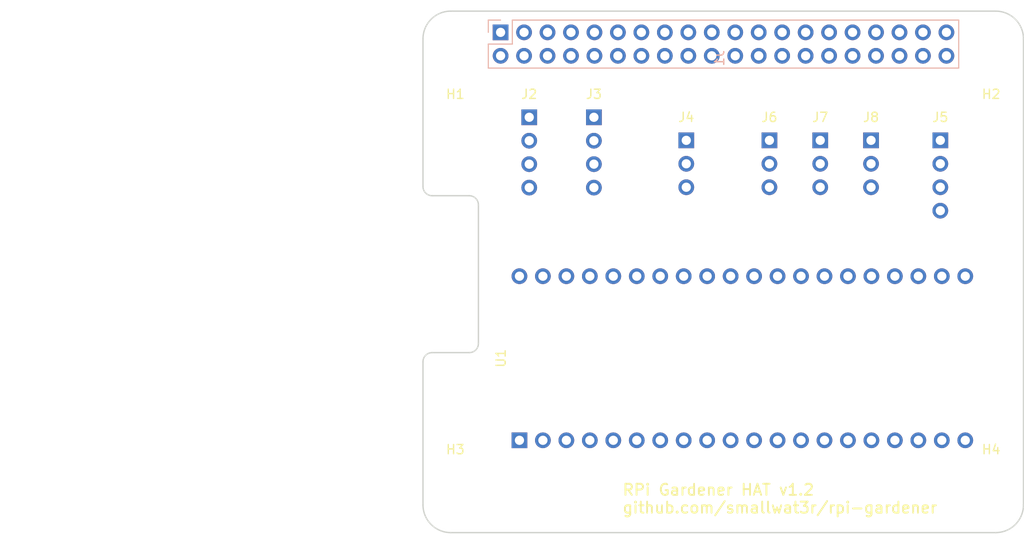
<source format=kicad_pcb>
(kicad_pcb (version 20241229) (generator "pcbnew") (generator_version "9.0")
  (title_block (title "RPi Gardener HAT") (date "2026-01-07") (rev "1.2-compact") (comment 1 "Raspberry Pi HAT with Pico integration"))
  (layers (0 "F.Cu" signal) (2 "B.Cu" signal) (13 "F.Paste" user) (15 "B.Paste" user) (5 "F.SilkS" user "F.Silkscreen") (7 "B.SilkS" user "B.Silkscreen") (1 "F.Mask" user) (3 "B.Mask" user) (25 "Edge.Cuts" user))
  (net 0 "")
  (net 1 "GND")
  (net 2 "+3V3")
  (net 3 "+5V")
  (net 4 "I2C_SDA")
  (net 5 "I2C_SCL")
  (net 6 "GPIO17_DHT")
  (net 7 "GP0_SDA")
  (net 8 "GP1_SCL")
  (net 9 "GP26_ADC0")
  (net 10 "GP27_ADC1")
  (net 11 "GP28_ADC2")
  (net 12 "PICO_3V3")
  (net 13 "PICO_GND")
  (footprint "RPi_Pico:RPi_Pico_SMD_TH" (layer "F.Cu") (at 87.44 93.11 90)
    (property "Reference" "U1" (at 0 -2 90) (layer "F.SilkS"))
    (property "Value" "Pico")
    (pad "1" thru_hole rect (at -8.89 0 90) (size 1.7 1.7) (drill 1) (layers "*.Cu" "*.Mask") (net 7 "GP0_SDA"))
    (pad "2" thru_hole oval (at -8.89 2.54 90) (size 1.7 1.7) (drill 1) (layers "*.Cu" "*.Mask") (net 8 "GP1_SCL"))
    (pad "3" thru_hole oval (at -8.89 5.08 90) (size 1.7 1.7) (drill 1) (layers "*.Cu" "*.Mask") (net 13 "PICO_GND"))
    (pad "4" thru_hole oval (at -8.89 7.62 90) (size 1.7 1.7) (drill 1) (layers "*.Cu" "*.Mask"))
    (pad "5" thru_hole oval (at -8.89 10.16 90) (size 1.7 1.7) (drill 1) (layers "*.Cu" "*.Mask"))
    (pad "6" thru_hole oval (at -8.89 12.7 90) (size 1.7 1.7) (drill 1) (layers "*.Cu" "*.Mask"))
    (pad "7" thru_hole oval (at -8.89 15.24 90) (size 1.7 1.7) (drill 1) (layers "*.Cu" "*.Mask"))
    (pad "8" thru_hole oval (at -8.89 17.78 90) (size 1.7 1.7) (drill 1) (layers "*.Cu" "*.Mask") (net 13 "PICO_GND"))
    (pad "9" thru_hole oval (at -8.89 20.32 90) (size 1.7 1.7) (drill 1) (layers "*.Cu" "*.Mask"))
    (pad "10" thru_hole oval (at -8.89 22.86 90) (size 1.7 1.7) (drill 1) (layers "*.Cu" "*.Mask"))
    (pad "11" thru_hole oval (at -8.89 25.4 90) (size 1.7 1.7) (drill 1) (layers "*.Cu" "*.Mask"))
    (pad "12" thru_hole oval (at -8.89 27.94 90) (size 1.7 1.7) (drill 1) (layers "*.Cu" "*.Mask"))
    (pad "13" thru_hole oval (at -8.89 30.48 90) (size 1.7 1.7) (drill 1) (layers "*.Cu" "*.Mask") (net 13 "PICO_GND"))
    (pad "14" thru_hole oval (at -8.89 33.02 90) (size 1.7 1.7) (drill 1) (layers "*.Cu" "*.Mask"))
    (pad "15" thru_hole oval (at -8.89 35.56 90) (size 1.7 1.7) (drill 1) (layers "*.Cu" "*.Mask"))
    (pad "16" thru_hole oval (at -8.89 38.1 90) (size 1.7 1.7) (drill 1) (layers "*.Cu" "*.Mask"))
    (pad "17" thru_hole oval (at -8.89 40.64 90) (size 1.7 1.7) (drill 1) (layers "*.Cu" "*.Mask"))
    (pad "18" thru_hole oval (at -8.89 43.18 90) (size 1.7 1.7) (drill 1) (layers "*.Cu" "*.Mask") (net 13 "PICO_GND"))
    (pad "19" thru_hole oval (at -8.89 45.72 90) (size 1.7 1.7) (drill 1) (layers "*.Cu" "*.Mask"))
    (pad "20" thru_hole oval (at -8.89 48.26 90) (size 1.7 1.7) (drill 1) (layers "*.Cu" "*.Mask"))
    (pad "21" thru_hole oval (at 8.89 48.26 90) (size 1.7 1.7) (drill 1) (layers "*.Cu" "*.Mask"))
    (pad "22" thru_hole oval (at 8.89 45.72 90) (size 1.7 1.7) (drill 1) (layers "*.Cu" "*.Mask"))
    (pad "23" thru_hole oval (at 8.89 43.18 90) (size 1.7 1.7) (drill 1) (layers "*.Cu" "*.Mask") (net 13 "PICO_GND"))
    (pad "24" thru_hole oval (at 8.89 40.64 90) (size 1.7 1.7) (drill 1) (layers "*.Cu" "*.Mask"))
    (pad "25" thru_hole oval (at 8.89 38.1 90) (size 1.7 1.7) (drill 1) (layers "*.Cu" "*.Mask"))
    (pad "26" thru_hole oval (at 8.89 35.56 90) (size 1.7 1.7) (drill 1) (layers "*.Cu" "*.Mask"))
    (pad "27" thru_hole oval (at 8.89 33.02 90) (size 1.7 1.7) (drill 1) (layers "*.Cu" "*.Mask"))
    (pad "28" thru_hole oval (at 8.89 30.48 90) (size 1.7 1.7) (drill 1) (layers "*.Cu" "*.Mask") (net 13 "PICO_GND"))
    (pad "29" thru_hole oval (at 8.89 27.94 90) (size 1.7 1.7) (drill 1) (layers "*.Cu" "*.Mask"))
    (pad "30" thru_hole oval (at 8.89 25.4 90) (size 1.7 1.7) (drill 1) (layers "*.Cu" "*.Mask"))
    (pad "31" thru_hole oval (at 8.89 22.86 90) (size 1.7 1.7) (drill 1) (layers "*.Cu" "*.Mask") (net 9 "GP26_ADC0"))
    (pad "32" thru_hole oval (at 8.89 20.32 90) (size 1.7 1.7) (drill 1) (layers "*.Cu" "*.Mask") (net 10 "GP27_ADC1"))
    (pad "33" thru_hole oval (at 8.89 17.78 90) (size 1.7 1.7) (drill 1) (layers "*.Cu" "*.Mask") (net 13 "PICO_GND"))
    (pad "34" thru_hole oval (at 8.89 15.24 90) (size 1.7 1.7) (drill 1) (layers "*.Cu" "*.Mask") (net 11 "GP28_ADC2"))
    (pad "35" thru_hole oval (at 8.89 12.7 90) (size 1.7 1.7) (drill 1) (layers "*.Cu" "*.Mask"))
    (pad "36" thru_hole oval (at 8.89 10.16 90) (size 1.7 1.7) (drill 1) (layers "*.Cu" "*.Mask") (net 12 "PICO_3V3"))
    (pad "37" thru_hole oval (at 8.89 7.62 90) (size 1.7 1.7) (drill 1) (layers "*.Cu" "*.Mask"))
    (pad "38" thru_hole oval (at 8.89 5.08 90) (size 1.7 1.7) (drill 1) (layers "*.Cu" "*.Mask") (net 13 "PICO_GND"))
    (pad "39" thru_hole oval (at 8.89 2.54 90) (size 1.7 1.7) (drill 1) (layers "*.Cu" "*.Mask"))
    (pad "40" thru_hole oval (at 8.89 0 90) (size 1.7 1.7) (drill 1) (layers "*.Cu" "*.Mask"))
  )
  (footprint "Connector_PinHeader_2.54mm:PinHeader_1x03_P2.54mm_Vertical" (layer "F.Cu") (at 120 69.5)
    (property "Reference" "J7" (at 0 -2.5 0) (layer "F.SilkS"))
    (property "Value" "MOIST2")
    (pad "1" thru_hole rect (at 0 0) (size 1.7 1.7) (drill 1) (layers "*.Cu" "*.Mask") (net 12 "PICO_3V3"))
    (pad "2" thru_hole oval (at 0 2.54) (size 1.7 1.7) (drill 1) (layers "*.Cu" "*.Mask") (net 10 "GP27_ADC1"))
    (pad "3" thru_hole oval (at 0 5.08) (size 1.7 1.7) (drill 1) (layers "*.Cu" "*.Mask") (net 13 "PICO_GND"))
  )
  (footprint "Connector_PinHeader_2.54mm:PinHeader_1x04_P2.54mm_Vertical" (layer "F.Cu") (at 133 69.5)
    (property "Reference" "J5" (at 0 -2.5 0) (layer "F.SilkS"))
    (property "Value" "OLED_Pico")
    (pad "1" thru_hole rect (at 0 0) (size 1.7 1.7) (drill 1) (layers "*.Cu" "*.Mask") (net 12 "PICO_3V3"))
    (pad "2" thru_hole oval (at 0 2.54) (size 1.7 1.7) (drill 1) (layers "*.Cu" "*.Mask") (net 13 "PICO_GND"))
    (pad "3" thru_hole oval (at 0 5.08) (size 1.7 1.7) (drill 1) (layers "*.Cu" "*.Mask") (net 7 "GP0_SDA"))
    (pad "4" thru_hole oval (at 0 7.62) (size 1.7 1.7) (drill 1) (layers "*.Cu" "*.Mask") (net 8 "GP1_SCL"))
  )
  (footprint "MountingHole:MountingHole_3.2mm_M3" (layer "F.Cu") (at 80.5 59)
    (property "Reference" "H1" (at 0 5.5 0) (layer "F.SilkS"))
    (property "Value" "MH")
    (pad "" np_thru_hole circle (at 0 0) (size 3.2 3.2) (drill 3.2) (layers "*.Cu" "*.Mask"))
  )
  (footprint "Connector_PinHeader_2.54mm:PinHeader_1x03_P2.54mm_Vertical" (layer "F.Cu") (at 114.5 69.5)
    (property "Reference" "J6" (at 0 -2.5 0) (layer "F.SilkS"))
    (property "Value" "MOIST1")
    (pad "1" thru_hole rect (at 0 0) (size 1.7 1.7) (drill 1) (layers "*.Cu" "*.Mask") (net 12 "PICO_3V3"))
    (pad "2" thru_hole oval (at 0 2.54) (size 1.7 1.7) (drill 1) (layers "*.Cu" "*.Mask") (net 11 "GP28_ADC2"))
    (pad "3" thru_hole oval (at 0 5.08) (size 1.7 1.7) (drill 1) (layers "*.Cu" "*.Mask") (net 13 "PICO_GND"))
  )
  (footprint "Connector_PinHeader_2.54mm:PinHeader_1x03_P2.54mm_Vertical" (layer "F.Cu") (at 125.5 69.5)
    (property "Reference" "J8" (at 0 -2.5 0) (layer "F.SilkS"))
    (property "Value" "MOIST3")
    (pad "1" thru_hole rect (at 0 0) (size 1.7 1.7) (drill 1) (layers "*.Cu" "*.Mask") (net 12 "PICO_3V3"))
    (pad "2" thru_hole oval (at 0 2.54) (size 1.7 1.7) (drill 1) (layers "*.Cu" "*.Mask") (net 9 "GP26_ADC0"))
    (pad "3" thru_hole oval (at 0 5.08) (size 1.7 1.7) (drill 1) (layers "*.Cu" "*.Mask") (net 13 "PICO_GND"))
  )
  (footprint "MountingHole:MountingHole_3.2mm_M3" (layer "F.Cu") (at 138.5 108.5)
    (property "Reference" "H4" (at 0 -5.5 0) (layer "F.SilkS"))
    (property "Value" "MH")
    (pad "" np_thru_hole circle (at 0 0) (size 3.2 3.2) (drill 3.2) (layers "*.Cu" "*.Mask"))
  )
  (footprint "MountingHole:MountingHole_3.2mm_M3" (layer "F.Cu") (at 80.5 108.5)
    (property "Reference" "H3" (at 0 -5.5 0) (layer "F.SilkS"))
    (property "Value" "MH")
    (pad "" np_thru_hole circle (at 0 0) (size 3.2 3.2) (drill 3.2) (layers "*.Cu" "*.Mask"))
  )
  (footprint "Connector_PinHeader_2.54mm:PinHeader_1x04_P2.54mm_Vertical" (layer "F.Cu") (at 88.5 67)
    (property "Reference" "J2" (at 0 -2.5 0) (layer "F.SilkS"))
    (property "Value" "OLED_RPi")
    (pad "1" thru_hole rect (at 0 0) (size 1.7 1.7) (drill 1) (layers "*.Cu" "*.Mask") (net 2 "+3V3"))
    (pad "2" thru_hole oval (at 0 2.54) (size 1.7 1.7) (drill 1) (layers "*.Cu" "*.Mask") (net 1 "GND"))
    (pad "3" thru_hole oval (at 0 5.08) (size 1.7 1.7) (drill 1) (layers "*.Cu" "*.Mask") (net 4 "I2C_SDA"))
    (pad "4" thru_hole oval (at 0 7.62) (size 1.7 1.7) (drill 1) (layers "*.Cu" "*.Mask") (net 5 "I2C_SCL"))
  )
  (footprint "MountingHole:MountingHole_3.2mm_M3" (layer "F.Cu") (at 138.5 59)
    (property "Reference" "H2" (at 0 5.5 0) (layer "F.SilkS"))
    (property "Value" "MH")
    (pad "" np_thru_hole circle (at 0 0) (size 3.2 3.2) (drill 3.2) (layers "*.Cu" "*.Mask"))
  )
  (footprint "Connector_PinHeader_2.54mm:PinHeader_1x04_P2.54mm_Vertical" (layer "F.Cu") (at 95.5 67)
    (property "Reference" "J3" (at 0 -2.5 0) (layer "F.SilkS"))
    (property "Value" "LCD_I2C")
    (pad "1" thru_hole rect (at 0 0) (size 1.7 1.7) (drill 1) (layers "*.Cu" "*.Mask") (net 3 "+5V"))
    (pad "2" thru_hole oval (at 0 2.54) (size 1.7 1.7) (drill 1) (layers "*.Cu" "*.Mask") (net 1 "GND"))
    (pad "3" thru_hole oval (at 0 5.08) (size 1.7 1.7) (drill 1) (layers "*.Cu" "*.Mask") (net 4 "I2C_SDA"))
    (pad "4" thru_hole oval (at 0 7.62) (size 1.7 1.7) (drill 1) (layers "*.Cu" "*.Mask") (net 5 "I2C_SCL"))
  )
  (footprint "Connector_PinHeader_2.54mm:PinHeader_1x03_P2.54mm_Vertical" (layer "F.Cu") (at 105.5 69.5)
    (property "Reference" "J4" (at 0 -2.5 0) (layer "F.SilkS"))
    (property "Value" "DHT22")
    (pad "1" thru_hole rect (at 0 0) (size 1.7 1.7) (drill 1) (layers "*.Cu" "*.Mask") (net 2 "+3V3"))
    (pad "2" thru_hole oval (at 0 2.54) (size 1.7 1.7) (drill 1) (layers "*.Cu" "*.Mask") (net 6 "GPIO17_DHT"))
    (pad "3" thru_hole oval (at 0 5.08) (size 1.7 1.7) (drill 1) (layers "*.Cu" "*.Mask") (net 1 "GND"))
  )
  (footprint "Connector_PinSocket_2.54mm:PinSocket_2x20_P2.54mm_Vertical" (layer "B.Cu") (at 85.4 57.8 -90)
    (property "Reference" "J1" (at 2.8 -23.7 270) (layer "B.SilkS") (effects (justify mirror)))
    (property "Value" "RPi_GPIO")
    (fp_line (start -1.33 1.33) (end 0 1.33) (stroke (width 0.12)) (layer "B.SilkS"))
    (fp_line (start 1.27 1.33) (end 3.87 1.33) (stroke (width 0.12)) (layer "B.SilkS"))
    (fp_line (start 3.87 1.33) (end 3.87 -49.59) (stroke (width 0.12)) (layer "B.SilkS"))
    (fp_line (start -1.33 0) (end -1.33 1.33) (stroke (width 0.12)) (layer "B.SilkS"))
    (fp_line (start -1.33 -1.27) (end 1.27 -1.27) (stroke (width 0.12)) (layer "B.SilkS"))
    (fp_line (start -1.33 -1.27) (end -1.33 -49.59) (stroke (width 0.12)) (layer "B.SilkS"))
    (fp_line (start 1.27 -1.27) (end 1.27 1.33) (stroke (width 0.12)) (layer "B.SilkS"))
    (fp_line (start -1.33 -49.59) (end 3.87 -49.59) (stroke (width 0.12)) (layer "B.SilkS"))
    (pad "1" thru_hole rect (at 0 0 270) (size 1.7 1.7) (drill 1) (layers "*.Cu" "*.Mask") (net 2 "+3V3"))
    (pad "2" thru_hole oval (at 2.54 0 270) (size 1.7 1.7) (drill 1) (layers "*.Cu" "*.Mask") (net 3 "+5V"))
    (pad "3" thru_hole oval (at 0 -2.54 270) (size 1.7 1.7) (drill 1) (layers "*.Cu" "*.Mask") (net 4 "I2C_SDA"))
    (pad "4" thru_hole oval (at 2.54 -2.54 270) (size 1.7 1.7) (drill 1) (layers "*.Cu" "*.Mask") (net 3 "+5V"))
    (pad "5" thru_hole oval (at 0 -5.08 270) (size 1.7 1.7) (drill 1) (layers "*.Cu" "*.Mask") (net 5 "I2C_SCL"))
    (pad "6" thru_hole oval (at 2.54 -5.08 270) (size 1.7 1.7) (drill 1) (layers "*.Cu" "*.Mask") (net 1 "GND"))
    (pad "7" thru_hole oval (at 0 -7.62 270) (size 1.7 1.7) (drill 1) (layers "*.Cu" "*.Mask"))
    (pad "8" thru_hole oval (at 2.54 -7.62 270) (size 1.7 1.7) (drill 1) (layers "*.Cu" "*.Mask"))
    (pad "9" thru_hole oval (at 0 -10.16 270) (size 1.7 1.7) (drill 1) (layers "*.Cu" "*.Mask") (net 1 "GND"))
    (pad "10" thru_hole oval (at 2.54 -10.16 270) (size 1.7 1.7) (drill 1) (layers "*.Cu" "*.Mask"))
    (pad "11" thru_hole oval (at 0 -12.7 270) (size 1.7 1.7) (drill 1) (layers "*.Cu" "*.Mask") (net 6 "GPIO17_DHT"))
    (pad "12" thru_hole oval (at 2.54 -12.7 270) (size 1.7 1.7) (drill 1) (layers "*.Cu" "*.Mask"))
    (pad "13" thru_hole oval (at 0 -15.24 270) (size 1.7 1.7) (drill 1) (layers "*.Cu" "*.Mask"))
    (pad "14" thru_hole oval (at 2.54 -15.24 270) (size 1.7 1.7) (drill 1) (layers "*.Cu" "*.Mask") (net 1 "GND"))
    (pad "15" thru_hole oval (at 0 -17.78 270) (size 1.7 1.7) (drill 1) (layers "*.Cu" "*.Mask"))
    (pad "16" thru_hole oval (at 2.54 -17.78 270) (size 1.7 1.7) (drill 1) (layers "*.Cu" "*.Mask"))
    (pad "17" thru_hole oval (at 0 -20.32 270) (size 1.7 1.7) (drill 1) (layers "*.Cu" "*.Mask") (net 2 "+3V3"))
    (pad "18" thru_hole oval (at 2.54 -20.32 270) (size 1.7 1.7) (drill 1) (layers "*.Cu" "*.Mask"))
    (pad "19" thru_hole oval (at 0 -22.86 270) (size 1.7 1.7) (drill 1) (layers "*.Cu" "*.Mask"))
    (pad "20" thru_hole oval (at 2.54 -22.86 270) (size 1.7 1.7) (drill 1) (layers "*.Cu" "*.Mask") (net 1 "GND"))
    (pad "21" thru_hole oval (at 0 -25.4 270) (size 1.7 1.7) (drill 1) (layers "*.Cu" "*.Mask"))
    (pad "22" thru_hole oval (at 2.54 -25.4 270) (size 1.7 1.7) (drill 1) (layers "*.Cu" "*.Mask"))
    (pad "23" thru_hole oval (at 0 -27.94 270) (size 1.7 1.7) (drill 1) (layers "*.Cu" "*.Mask"))
    (pad "24" thru_hole oval (at 2.54 -27.94 270) (size 1.7 1.7) (drill 1) (layers "*.Cu" "*.Mask"))
    (pad "25" thru_hole oval (at 0 -30.48 270) (size 1.7 1.7) (drill 1) (layers "*.Cu" "*.Mask") (net 1 "GND"))
    (pad "26" thru_hole oval (at 2.54 -30.48 270) (size 1.7 1.7) (drill 1) (layers "*.Cu" "*.Mask"))
    (pad "27" thru_hole oval (at 0 -33.02 270) (size 1.7 1.7) (drill 1) (layers "*.Cu" "*.Mask"))
    (pad "28" thru_hole oval (at 2.54 -33.02 270) (size 1.7 1.7) (drill 1) (layers "*.Cu" "*.Mask"))
    (pad "29" thru_hole oval (at 0 -35.56 270) (size 1.7 1.7) (drill 1) (layers "*.Cu" "*.Mask"))
    (pad "30" thru_hole oval (at 2.54 -35.56 270) (size 1.7 1.7) (drill 1) (layers "*.Cu" "*.Mask") (net 1 "GND"))
    (pad "31" thru_hole oval (at 0 -38.1 270) (size 1.7 1.7) (drill 1) (layers "*.Cu" "*.Mask"))
    (pad "32" thru_hole oval (at 2.54 -38.1 270) (size 1.7 1.7) (drill 1) (layers "*.Cu" "*.Mask"))
    (pad "33" thru_hole oval (at 0 -40.64 270) (size 1.7 1.7) (drill 1) (layers "*.Cu" "*.Mask"))
    (pad "34" thru_hole oval (at 2.54 -40.64 270) (size 1.7 1.7) (drill 1) (layers "*.Cu" "*.Mask") (net 1 "GND"))
    (pad "35" thru_hole oval (at 0 -43.18 270) (size 1.7 1.7) (drill 1) (layers "*.Cu" "*.Mask"))
    (pad "36" thru_hole oval (at 2.54 -43.18 270) (size 1.7 1.7) (drill 1) (layers "*.Cu" "*.Mask"))
    (pad "37" thru_hole oval (at 0 -45.72 270) (size 1.7 1.7) (drill 1) (layers "*.Cu" "*.Mask"))
    (pad "38" thru_hole oval (at 2.54 -45.72 270) (size 1.7 1.7) (drill 1) (layers "*.Cu" "*.Mask"))
    (pad "39" thru_hole oval (at 0 -48.26 270) (size 1.7 1.7) (drill 1) (layers "*.Cu" "*.Mask") (net 1 "GND"))
    (pad "40" thru_hole oval (at 2.54 -48.26 270) (size 1.7 1.7) (drill 1) (layers "*.Cu" "*.Mask"))
  )
  (gr_line (start 80 55.5) (end 139 55.5) (stroke (width 0.15)) (layer "Edge.Cuts"))
  (gr_arc (start 139 55.5) (mid 141.12 56.38) (end 142 58.5) (stroke (width 0.15)) (layer "Edge.Cuts"))
  (gr_line (start 142 58.5) (end 142 109) (stroke (width 0.15)) (layer "Edge.Cuts"))
  (gr_arc (start 142 109) (mid 141.12 111.12) (end 139 112) (stroke (width 0.15)) (layer "Edge.Cuts"))
  (gr_line (start 139 112) (end 80 112) (stroke (width 0.15)) (layer "Edge.Cuts"))
  (gr_arc (start 80 112) (mid 77.88 111.12) (end 77 109) (stroke (width 0.15)) (layer "Edge.Cuts"))
  (gr_line (start 77 109) (end 77 93.5) (stroke (width 0.15)) (layer "Edge.Cuts"))
  (gr_arc (start 77 93.5) (mid 77.29 92.79) (end 78 92.5) (stroke (width 0.15)) (layer "Edge.Cuts"))
  (gr_line (start 78 92.5) (end 82 92.5) (stroke (width 0.15)) (layer "Edge.Cuts"))
  (gr_arc (start 83 91.5) (mid 82.710011 92.210011) (end 82 92.5) (stroke (width 0.15)) (layer "Edge.Cuts"))
  (gr_line (start 83 91.5) (end 83 76.5) (stroke (width 0.15)) (layer "Edge.Cuts"))
  (gr_arc (start 82 75.5) (mid 82.710011 75.789989) (end 83 76.5) (stroke (width 0.15)) (layer "Edge.Cuts"))
  (gr_line (start 82 75.5) (end 78 75.5) (stroke (width 0.15)) (layer "Edge.Cuts"))
  (gr_arc (start 78 75.5) (mid 77.29 75.21) (end 77 74.5) (stroke (width 0.15)) (layer "Edge.Cuts"))
  (gr_line (start 77 74.5) (end 77 58.5) (stroke (width 0.15)) (layer "Edge.Cuts"))
  (gr_arc (start 77 58.5) (mid 77.88 56.38) (end 80 55.5) (stroke (width 0.15)) (layer "Edge.Cuts"))
  (gr_text "RPi Gardener HAT v1.2\ngithub.com/smallwat3r/rpi-gardener" (at 98.5 110 0) (layer "F.SilkS") (effects (font (size 1.2 1.2) (thickness 0.2)) (justify left bottom)))
)
</source>
